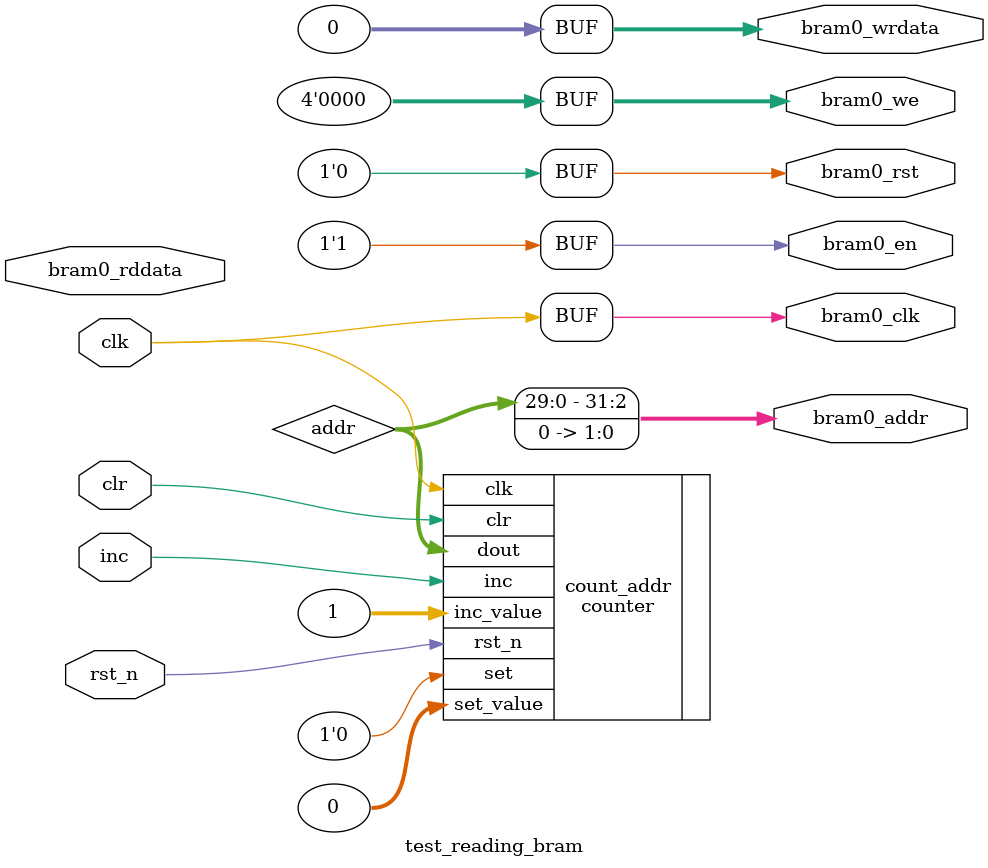
<source format=v>
`timescale 1ns / 1ps


module test_reading_bram
    (
        input         clk,
        input         rst_n,
        input         inc,
        input         clr,
        (* X_INTERFACE_PARAMETER = "MASTER_TYPE BRAM_CTRL,MEM_ECC NONE,MEM_WIDTH 32,MEM_SIZE 8192,READ_WRITE_MODE READ_WRITE" *)
        (* X_INTERFACE_INFO = "xilinx.com:interface:bram:1.0 BRAM0 EN" *)
        output        bram0_en,
        (* X_INTERFACE_INFO = "xilinx.com:interface:bram:1.0 BRAM0 DOUT" *)
        input  [31:0] bram0_rddata,
        (* X_INTERFACE_INFO = "xilinx.com:interface:bram:1.0 BRAM0 DIN" *)
        output [31:0] bram0_wrdata,
        (* X_INTERFACE_INFO = "xilinx.com:interface:bram:1.0 BRAM0 WE" *)
        output [3:0]  bram0_we,
        (* X_INTERFACE_INFO = "xilinx.com:interface:bram:1.0 BRAM0 ADDR" *)
        output [31:0] bram0_addr,
        (* X_INTERFACE_INFO = "xilinx.com:interface:bram:1.0 BRAM0 CLK" *)
        output        bram0_clk,
        (* X_INTERFACE_INFO = "xilinx.com:interface:bram:1.0 BRAM0 RST" *)
        output        bram0_rst
    );
    
    wire [31:0] addr;
    
    assign bram0_we = 4'd0;
    assign bram0_en = 1'b1;
    assign bram0_clk = clk;
    assign bram0_rst = 1'b0;    
    assign bram0_wrdata = 32'd0;
    
    assign bram0_addr = addr << 2;
    
    counter #(.DATA_W(32))
            count_addr (.clk(clk), 
                        .rst_n(rst_n),
                        .clr(clr),
                        .set(1'b0),
                        .inc(inc),
                        .inc_value(32'd1),
                        .set_value(32'd0),
                        .dout(addr));
endmodule

</source>
